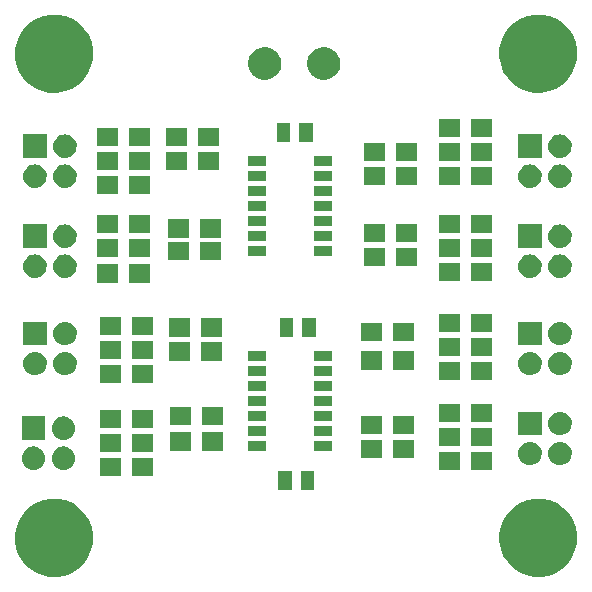
<source format=gts>
G04 #@! TF.FileFunction,Soldermask,Top*
%FSLAX46Y46*%
G04 Gerber Fmt 4.6, Leading zero omitted, Abs format (unit mm)*
G04 Created by KiCad (PCBNEW (after 2015-mar-04 BZR unknown)-product) date 6/7/2015 11:20:30 AM*
%MOMM*%
G01*
G04 APERTURE LIST*
%ADD10C,0.150000*%
G04 APERTURE END LIST*
D10*
G36*
X33248600Y-61696600D02*
X31267400Y-61696600D01*
X31267400Y-59715400D01*
X33248600Y-59715400D01*
X33248600Y-61696600D01*
X33248600Y-61696600D01*
G37*
G36*
X33253371Y-63252916D02*
X33233169Y-63445127D01*
X33233165Y-63445139D01*
X33233160Y-63445188D01*
X33175991Y-63629873D01*
X33084038Y-63799936D01*
X32960804Y-63948901D01*
X32810983Y-64071092D01*
X32640281Y-64161855D01*
X32455202Y-64217734D01*
X32262793Y-64236600D01*
X32259994Y-64236600D01*
X32253207Y-64236600D01*
X32253058Y-64236600D01*
X32241955Y-64236522D01*
X32241946Y-64236521D01*
X32239376Y-64236503D01*
X32047250Y-64214953D01*
X31862968Y-64156495D01*
X31693551Y-64063357D01*
X31545450Y-63939087D01*
X31424308Y-63788416D01*
X31334739Y-63617085D01*
X31280153Y-63431620D01*
X31280149Y-63431577D01*
X31280146Y-63431567D01*
X31262629Y-63239084D01*
X31282831Y-63046873D01*
X31282834Y-63046860D01*
X31282840Y-63046812D01*
X31340009Y-62862127D01*
X31431962Y-62692064D01*
X31555196Y-62543099D01*
X31705017Y-62420908D01*
X31875719Y-62330145D01*
X32060798Y-62274266D01*
X32253207Y-62255400D01*
X32256006Y-62255400D01*
X32262793Y-62255400D01*
X32262942Y-62255400D01*
X32274045Y-62255478D01*
X32274053Y-62255478D01*
X32276624Y-62255497D01*
X32468750Y-62277047D01*
X32653032Y-62335505D01*
X32822449Y-62428643D01*
X32970550Y-62552913D01*
X33091692Y-62703584D01*
X33181261Y-62874915D01*
X33235847Y-63060380D01*
X33235850Y-63060422D01*
X33235854Y-63060433D01*
X33253371Y-63252916D01*
X33253371Y-63252916D01*
G37*
G36*
X33375600Y-37820600D02*
X31394400Y-37820600D01*
X31394400Y-35839400D01*
X33375600Y-35839400D01*
X33375600Y-37820600D01*
X33375600Y-37820600D01*
G37*
G36*
X33375600Y-45440600D02*
X31394400Y-45440600D01*
X31394400Y-43459400D01*
X33375600Y-43459400D01*
X33375600Y-45440600D01*
X33375600Y-45440600D01*
G37*
G36*
X33375600Y-53695600D02*
X31394400Y-53695600D01*
X31394400Y-51714400D01*
X33375600Y-51714400D01*
X33375600Y-53695600D01*
X33375600Y-53695600D01*
G37*
G36*
X33380371Y-39376916D02*
X33360169Y-39569127D01*
X33360165Y-39569139D01*
X33360160Y-39569188D01*
X33302991Y-39753873D01*
X33211038Y-39923936D01*
X33087804Y-40072901D01*
X32937983Y-40195092D01*
X32767281Y-40285855D01*
X32582202Y-40341734D01*
X32389793Y-40360600D01*
X32386994Y-40360600D01*
X32380207Y-40360600D01*
X32380058Y-40360600D01*
X32368955Y-40360522D01*
X32368946Y-40360521D01*
X32366376Y-40360503D01*
X32174250Y-40338953D01*
X31989968Y-40280495D01*
X31820551Y-40187357D01*
X31672450Y-40063087D01*
X31551308Y-39912416D01*
X31461739Y-39741085D01*
X31407153Y-39555620D01*
X31407149Y-39555577D01*
X31407146Y-39555567D01*
X31389629Y-39363084D01*
X31409831Y-39170873D01*
X31409834Y-39170860D01*
X31409840Y-39170812D01*
X31467009Y-38986127D01*
X31558962Y-38816064D01*
X31682196Y-38667099D01*
X31832017Y-38544908D01*
X32002719Y-38454145D01*
X32187798Y-38398266D01*
X32380207Y-38379400D01*
X32383006Y-38379400D01*
X32389793Y-38379400D01*
X32389942Y-38379400D01*
X32401045Y-38379478D01*
X32401053Y-38379478D01*
X32403624Y-38379497D01*
X32595750Y-38401047D01*
X32780032Y-38459505D01*
X32949449Y-38552643D01*
X33097550Y-38676913D01*
X33218692Y-38827584D01*
X33308261Y-38998915D01*
X33362847Y-39184380D01*
X33362850Y-39184422D01*
X33362854Y-39184433D01*
X33380371Y-39376916D01*
X33380371Y-39376916D01*
G37*
G36*
X33380371Y-46996916D02*
X33360169Y-47189127D01*
X33360165Y-47189139D01*
X33360160Y-47189188D01*
X33302991Y-47373873D01*
X33211038Y-47543936D01*
X33087804Y-47692901D01*
X32937983Y-47815092D01*
X32767281Y-47905855D01*
X32582202Y-47961734D01*
X32389793Y-47980600D01*
X32386994Y-47980600D01*
X32380207Y-47980600D01*
X32380058Y-47980600D01*
X32368955Y-47980522D01*
X32368946Y-47980521D01*
X32366376Y-47980503D01*
X32174250Y-47958953D01*
X31989968Y-47900495D01*
X31820551Y-47807357D01*
X31672450Y-47683087D01*
X31551308Y-47532416D01*
X31461739Y-47361085D01*
X31407153Y-47175620D01*
X31407149Y-47175577D01*
X31407146Y-47175567D01*
X31389629Y-46983084D01*
X31409831Y-46790873D01*
X31409834Y-46790860D01*
X31409840Y-46790812D01*
X31467009Y-46606127D01*
X31558962Y-46436064D01*
X31682196Y-46287099D01*
X31832017Y-46164908D01*
X32002719Y-46074145D01*
X32187798Y-46018266D01*
X32380207Y-45999400D01*
X32383006Y-45999400D01*
X32389793Y-45999400D01*
X32389942Y-45999400D01*
X32401045Y-45999478D01*
X32401053Y-45999478D01*
X32403624Y-45999497D01*
X32595750Y-46021047D01*
X32780032Y-46079505D01*
X32949449Y-46172643D01*
X33097550Y-46296913D01*
X33218692Y-46447584D01*
X33308261Y-46618915D01*
X33362847Y-46804380D01*
X33362850Y-46804422D01*
X33362854Y-46804433D01*
X33380371Y-46996916D01*
X33380371Y-46996916D01*
G37*
G36*
X33380371Y-55251916D02*
X33360169Y-55444127D01*
X33360165Y-55444139D01*
X33360160Y-55444188D01*
X33302991Y-55628873D01*
X33211038Y-55798936D01*
X33087804Y-55947901D01*
X32937983Y-56070092D01*
X32767281Y-56160855D01*
X32582202Y-56216734D01*
X32389793Y-56235600D01*
X32386994Y-56235600D01*
X32380207Y-56235600D01*
X32380058Y-56235600D01*
X32368955Y-56235522D01*
X32368946Y-56235521D01*
X32366376Y-56235503D01*
X32174250Y-56213953D01*
X31989968Y-56155495D01*
X31820551Y-56062357D01*
X31672450Y-55938087D01*
X31551308Y-55787416D01*
X31461739Y-55616085D01*
X31407153Y-55430620D01*
X31407149Y-55430577D01*
X31407146Y-55430567D01*
X31389629Y-55238084D01*
X31409831Y-55045873D01*
X31409834Y-55045860D01*
X31409840Y-55045812D01*
X31467009Y-54861127D01*
X31558962Y-54691064D01*
X31682196Y-54542099D01*
X31832017Y-54419908D01*
X32002719Y-54329145D01*
X32187798Y-54273266D01*
X32380207Y-54254400D01*
X32383006Y-54254400D01*
X32389793Y-54254400D01*
X32389942Y-54254400D01*
X32401045Y-54254478D01*
X32401053Y-54254478D01*
X32403624Y-54254497D01*
X32595750Y-54276047D01*
X32780032Y-54334505D01*
X32949449Y-54427643D01*
X33097550Y-54551913D01*
X33218692Y-54702584D01*
X33308261Y-54873915D01*
X33362847Y-55059380D01*
X33362850Y-55059422D01*
X33362854Y-55059433D01*
X33380371Y-55251916D01*
X33380371Y-55251916D01*
G37*
G36*
X35793371Y-60712916D02*
X35773169Y-60905127D01*
X35773165Y-60905139D01*
X35773160Y-60905188D01*
X35715991Y-61089873D01*
X35624038Y-61259936D01*
X35500804Y-61408901D01*
X35350983Y-61531092D01*
X35180281Y-61621855D01*
X34995202Y-61677734D01*
X34802793Y-61696600D01*
X34799994Y-61696600D01*
X34793207Y-61696600D01*
X34793058Y-61696600D01*
X34781955Y-61696522D01*
X34781946Y-61696521D01*
X34779376Y-61696503D01*
X34587250Y-61674953D01*
X34402968Y-61616495D01*
X34233551Y-61523357D01*
X34085450Y-61399087D01*
X33964308Y-61248416D01*
X33874739Y-61077085D01*
X33820153Y-60891620D01*
X33820149Y-60891577D01*
X33820146Y-60891567D01*
X33802629Y-60699084D01*
X33822831Y-60506873D01*
X33822834Y-60506860D01*
X33822840Y-60506812D01*
X33880009Y-60322127D01*
X33971962Y-60152064D01*
X34095196Y-60003099D01*
X34245017Y-59880908D01*
X34415719Y-59790145D01*
X34600798Y-59734266D01*
X34793207Y-59715400D01*
X34796006Y-59715400D01*
X34802793Y-59715400D01*
X34802942Y-59715400D01*
X34814045Y-59715478D01*
X34814053Y-59715478D01*
X34816624Y-59715497D01*
X35008750Y-59737047D01*
X35193032Y-59795505D01*
X35362449Y-59888643D01*
X35510550Y-60012913D01*
X35631692Y-60163584D01*
X35721261Y-60334915D01*
X35775847Y-60520380D01*
X35775850Y-60520422D01*
X35775854Y-60520433D01*
X35793371Y-60712916D01*
X35793371Y-60712916D01*
G37*
G36*
X35793371Y-63252916D02*
X35773169Y-63445127D01*
X35773165Y-63445139D01*
X35773160Y-63445188D01*
X35715991Y-63629873D01*
X35624038Y-63799936D01*
X35500804Y-63948901D01*
X35350983Y-64071092D01*
X35180281Y-64161855D01*
X34995202Y-64217734D01*
X34802793Y-64236600D01*
X34799994Y-64236600D01*
X34793207Y-64236600D01*
X34793058Y-64236600D01*
X34781955Y-64236522D01*
X34781946Y-64236521D01*
X34779376Y-64236503D01*
X34587250Y-64214953D01*
X34402968Y-64156495D01*
X34233551Y-64063357D01*
X34085450Y-63939087D01*
X33964308Y-63788416D01*
X33874739Y-63617085D01*
X33820153Y-63431620D01*
X33820149Y-63431577D01*
X33820146Y-63431567D01*
X33802629Y-63239084D01*
X33822831Y-63046873D01*
X33822834Y-63046860D01*
X33822840Y-63046812D01*
X33880009Y-62862127D01*
X33971962Y-62692064D01*
X34095196Y-62543099D01*
X34245017Y-62420908D01*
X34415719Y-62330145D01*
X34600798Y-62274266D01*
X34793207Y-62255400D01*
X34796006Y-62255400D01*
X34802793Y-62255400D01*
X34802942Y-62255400D01*
X34814045Y-62255478D01*
X34814053Y-62255478D01*
X34816624Y-62255497D01*
X35008750Y-62277047D01*
X35193032Y-62335505D01*
X35362449Y-62428643D01*
X35510550Y-62552913D01*
X35631692Y-62703584D01*
X35721261Y-62874915D01*
X35775847Y-63060380D01*
X35775850Y-63060422D01*
X35775854Y-63060433D01*
X35793371Y-63252916D01*
X35793371Y-63252916D01*
G37*
G36*
X35920371Y-36836916D02*
X35900169Y-37029127D01*
X35900165Y-37029139D01*
X35900160Y-37029188D01*
X35842991Y-37213873D01*
X35751038Y-37383936D01*
X35627804Y-37532901D01*
X35477983Y-37655092D01*
X35307281Y-37745855D01*
X35122202Y-37801734D01*
X34929793Y-37820600D01*
X34926994Y-37820600D01*
X34920207Y-37820600D01*
X34920058Y-37820600D01*
X34908955Y-37820522D01*
X34908946Y-37820521D01*
X34906376Y-37820503D01*
X34714250Y-37798953D01*
X34529968Y-37740495D01*
X34360551Y-37647357D01*
X34212450Y-37523087D01*
X34091308Y-37372416D01*
X34001739Y-37201085D01*
X33947153Y-37015620D01*
X33947149Y-37015577D01*
X33947146Y-37015567D01*
X33929629Y-36823084D01*
X33949831Y-36630873D01*
X33949834Y-36630860D01*
X33949840Y-36630812D01*
X34007009Y-36446127D01*
X34098962Y-36276064D01*
X34222196Y-36127099D01*
X34372017Y-36004908D01*
X34542719Y-35914145D01*
X34727798Y-35858266D01*
X34920207Y-35839400D01*
X34923006Y-35839400D01*
X34929793Y-35839400D01*
X34929942Y-35839400D01*
X34941045Y-35839478D01*
X34941053Y-35839478D01*
X34943624Y-35839497D01*
X35135750Y-35861047D01*
X35320032Y-35919505D01*
X35489449Y-36012643D01*
X35637550Y-36136913D01*
X35758692Y-36287584D01*
X35848261Y-36458915D01*
X35902847Y-36644380D01*
X35902850Y-36644422D01*
X35902854Y-36644433D01*
X35920371Y-36836916D01*
X35920371Y-36836916D01*
G37*
G36*
X35920371Y-39376916D02*
X35900169Y-39569127D01*
X35900165Y-39569139D01*
X35900160Y-39569188D01*
X35842991Y-39753873D01*
X35751038Y-39923936D01*
X35627804Y-40072901D01*
X35477983Y-40195092D01*
X35307281Y-40285855D01*
X35122202Y-40341734D01*
X34929793Y-40360600D01*
X34926994Y-40360600D01*
X34920207Y-40360600D01*
X34920058Y-40360600D01*
X34908955Y-40360522D01*
X34908946Y-40360521D01*
X34906376Y-40360503D01*
X34714250Y-40338953D01*
X34529968Y-40280495D01*
X34360551Y-40187357D01*
X34212450Y-40063087D01*
X34091308Y-39912416D01*
X34001739Y-39741085D01*
X33947153Y-39555620D01*
X33947149Y-39555577D01*
X33947146Y-39555567D01*
X33929629Y-39363084D01*
X33949831Y-39170873D01*
X33949834Y-39170860D01*
X33949840Y-39170812D01*
X34007009Y-38986127D01*
X34098962Y-38816064D01*
X34222196Y-38667099D01*
X34372017Y-38544908D01*
X34542719Y-38454145D01*
X34727798Y-38398266D01*
X34920207Y-38379400D01*
X34923006Y-38379400D01*
X34929793Y-38379400D01*
X34929942Y-38379400D01*
X34941045Y-38379478D01*
X34941053Y-38379478D01*
X34943624Y-38379497D01*
X35135750Y-38401047D01*
X35320032Y-38459505D01*
X35489449Y-38552643D01*
X35637550Y-38676913D01*
X35758692Y-38827584D01*
X35848261Y-38998915D01*
X35902847Y-39184380D01*
X35902850Y-39184422D01*
X35902854Y-39184433D01*
X35920371Y-39376916D01*
X35920371Y-39376916D01*
G37*
G36*
X35920371Y-44456916D02*
X35900169Y-44649127D01*
X35900165Y-44649139D01*
X35900160Y-44649188D01*
X35842991Y-44833873D01*
X35751038Y-45003936D01*
X35627804Y-45152901D01*
X35477983Y-45275092D01*
X35307281Y-45365855D01*
X35122202Y-45421734D01*
X34929793Y-45440600D01*
X34926994Y-45440600D01*
X34920207Y-45440600D01*
X34920058Y-45440600D01*
X34908955Y-45440522D01*
X34908946Y-45440521D01*
X34906376Y-45440503D01*
X34714250Y-45418953D01*
X34529968Y-45360495D01*
X34360551Y-45267357D01*
X34212450Y-45143087D01*
X34091308Y-44992416D01*
X34001739Y-44821085D01*
X33947153Y-44635620D01*
X33947149Y-44635577D01*
X33947146Y-44635567D01*
X33929629Y-44443084D01*
X33949831Y-44250873D01*
X33949834Y-44250860D01*
X33949840Y-44250812D01*
X34007009Y-44066127D01*
X34098962Y-43896064D01*
X34222196Y-43747099D01*
X34372017Y-43624908D01*
X34542719Y-43534145D01*
X34727798Y-43478266D01*
X34920207Y-43459400D01*
X34923006Y-43459400D01*
X34929793Y-43459400D01*
X34929942Y-43459400D01*
X34941045Y-43459478D01*
X34941053Y-43459478D01*
X34943624Y-43459497D01*
X35135750Y-43481047D01*
X35320032Y-43539505D01*
X35489449Y-43632643D01*
X35637550Y-43756913D01*
X35758692Y-43907584D01*
X35848261Y-44078915D01*
X35902847Y-44264380D01*
X35902850Y-44264422D01*
X35902854Y-44264433D01*
X35920371Y-44456916D01*
X35920371Y-44456916D01*
G37*
G36*
X35920371Y-46996916D02*
X35900169Y-47189127D01*
X35900165Y-47189139D01*
X35900160Y-47189188D01*
X35842991Y-47373873D01*
X35751038Y-47543936D01*
X35627804Y-47692901D01*
X35477983Y-47815092D01*
X35307281Y-47905855D01*
X35122202Y-47961734D01*
X34929793Y-47980600D01*
X34926994Y-47980600D01*
X34920207Y-47980600D01*
X34920058Y-47980600D01*
X34908955Y-47980522D01*
X34908946Y-47980521D01*
X34906376Y-47980503D01*
X34714250Y-47958953D01*
X34529968Y-47900495D01*
X34360551Y-47807357D01*
X34212450Y-47683087D01*
X34091308Y-47532416D01*
X34001739Y-47361085D01*
X33947153Y-47175620D01*
X33947149Y-47175577D01*
X33947146Y-47175567D01*
X33929629Y-46983084D01*
X33949831Y-46790873D01*
X33949834Y-46790860D01*
X33949840Y-46790812D01*
X34007009Y-46606127D01*
X34098962Y-46436064D01*
X34222196Y-46287099D01*
X34372017Y-46164908D01*
X34542719Y-46074145D01*
X34727798Y-46018266D01*
X34920207Y-45999400D01*
X34923006Y-45999400D01*
X34929793Y-45999400D01*
X34929942Y-45999400D01*
X34941045Y-45999478D01*
X34941053Y-45999478D01*
X34943624Y-45999497D01*
X35135750Y-46021047D01*
X35320032Y-46079505D01*
X35489449Y-46172643D01*
X35637550Y-46296913D01*
X35758692Y-46447584D01*
X35848261Y-46618915D01*
X35902847Y-46804380D01*
X35902850Y-46804422D01*
X35902854Y-46804433D01*
X35920371Y-46996916D01*
X35920371Y-46996916D01*
G37*
G36*
X35920371Y-52711916D02*
X35900169Y-52904127D01*
X35900165Y-52904139D01*
X35900160Y-52904188D01*
X35842991Y-53088873D01*
X35751038Y-53258936D01*
X35627804Y-53407901D01*
X35477983Y-53530092D01*
X35307281Y-53620855D01*
X35122202Y-53676734D01*
X34929793Y-53695600D01*
X34926994Y-53695600D01*
X34920207Y-53695600D01*
X34920058Y-53695600D01*
X34908955Y-53695522D01*
X34908946Y-53695521D01*
X34906376Y-53695503D01*
X34714250Y-53673953D01*
X34529968Y-53615495D01*
X34360551Y-53522357D01*
X34212450Y-53398087D01*
X34091308Y-53247416D01*
X34001739Y-53076085D01*
X33947153Y-52890620D01*
X33947149Y-52890577D01*
X33947146Y-52890567D01*
X33929629Y-52698084D01*
X33949831Y-52505873D01*
X33949834Y-52505860D01*
X33949840Y-52505812D01*
X34007009Y-52321127D01*
X34098962Y-52151064D01*
X34222196Y-52002099D01*
X34372017Y-51879908D01*
X34542719Y-51789145D01*
X34727798Y-51733266D01*
X34920207Y-51714400D01*
X34923006Y-51714400D01*
X34929793Y-51714400D01*
X34929942Y-51714400D01*
X34941045Y-51714478D01*
X34941053Y-51714478D01*
X34943624Y-51714497D01*
X35135750Y-51736047D01*
X35320032Y-51794505D01*
X35489449Y-51887643D01*
X35637550Y-52011913D01*
X35758692Y-52162584D01*
X35848261Y-52333915D01*
X35902847Y-52519380D01*
X35902850Y-52519422D01*
X35902854Y-52519433D01*
X35920371Y-52711916D01*
X35920371Y-52711916D01*
G37*
G36*
X35920371Y-55251916D02*
X35900169Y-55444127D01*
X35900165Y-55444139D01*
X35900160Y-55444188D01*
X35842991Y-55628873D01*
X35751038Y-55798936D01*
X35627804Y-55947901D01*
X35477983Y-56070092D01*
X35307281Y-56160855D01*
X35122202Y-56216734D01*
X34929793Y-56235600D01*
X34926994Y-56235600D01*
X34920207Y-56235600D01*
X34920058Y-56235600D01*
X34908955Y-56235522D01*
X34908946Y-56235521D01*
X34906376Y-56235503D01*
X34714250Y-56213953D01*
X34529968Y-56155495D01*
X34360551Y-56062357D01*
X34212450Y-55938087D01*
X34091308Y-55787416D01*
X34001739Y-55616085D01*
X33947153Y-55430620D01*
X33947149Y-55430577D01*
X33947146Y-55430567D01*
X33929629Y-55238084D01*
X33949831Y-55045873D01*
X33949834Y-55045860D01*
X33949840Y-55045812D01*
X34007009Y-54861127D01*
X34098962Y-54691064D01*
X34222196Y-54542099D01*
X34372017Y-54419908D01*
X34542719Y-54329145D01*
X34727798Y-54273266D01*
X34920207Y-54254400D01*
X34923006Y-54254400D01*
X34929793Y-54254400D01*
X34929942Y-54254400D01*
X34941045Y-54254478D01*
X34941053Y-54254478D01*
X34943624Y-54254497D01*
X35135750Y-54276047D01*
X35320032Y-54334505D01*
X35489449Y-54427643D01*
X35637550Y-54551913D01*
X35758692Y-54702584D01*
X35848261Y-54873915D01*
X35902847Y-55059380D01*
X35902850Y-55059422D01*
X35902854Y-55059433D01*
X35920371Y-55251916D01*
X35920371Y-55251916D01*
G37*
G36*
X37302142Y-28676222D02*
X37291814Y-29415853D01*
X37291717Y-29416279D01*
X37291717Y-29416291D01*
X37148352Y-30047317D01*
X36884966Y-30638889D01*
X36511695Y-31168035D01*
X36042752Y-31614603D01*
X35496003Y-31961580D01*
X34892268Y-32195755D01*
X34254553Y-32308201D01*
X33607140Y-32294639D01*
X32974685Y-32155585D01*
X32381291Y-31896338D01*
X31849552Y-31526769D01*
X31399720Y-31060955D01*
X31048936Y-30516643D01*
X30810554Y-29914559D01*
X30693657Y-29277641D01*
X30702699Y-28630145D01*
X30837332Y-27996744D01*
X31092432Y-27401552D01*
X31458279Y-26867245D01*
X31920941Y-26414172D01*
X32462794Y-26059594D01*
X33063198Y-25817015D01*
X33699284Y-25695675D01*
X34346822Y-25700197D01*
X34981155Y-25830406D01*
X35578108Y-26081343D01*
X36114960Y-26443454D01*
X36571249Y-26902939D01*
X36929601Y-27442303D01*
X37176366Y-28040998D01*
X37302057Y-28675784D01*
X37302056Y-28675792D01*
X37302142Y-28676222D01*
X37302142Y-28676222D01*
G37*
G36*
X37302142Y-69676222D02*
X37291814Y-70415853D01*
X37291717Y-70416279D01*
X37291717Y-70416291D01*
X37148352Y-71047317D01*
X36884966Y-71638889D01*
X36511695Y-72168035D01*
X36042752Y-72614603D01*
X35496003Y-72961580D01*
X34892268Y-73195755D01*
X34254553Y-73308201D01*
X33607140Y-73294639D01*
X32974685Y-73155585D01*
X32381291Y-72896338D01*
X31849552Y-72526769D01*
X31399720Y-72060955D01*
X31048936Y-71516643D01*
X30810554Y-70914559D01*
X30693657Y-70277641D01*
X30702699Y-69630145D01*
X30837332Y-68996744D01*
X31092432Y-68401552D01*
X31458279Y-67867245D01*
X31920941Y-67414172D01*
X32462794Y-67059594D01*
X33063198Y-66817015D01*
X33699284Y-66695675D01*
X34346822Y-66700197D01*
X34981155Y-66830406D01*
X35578108Y-67081343D01*
X36114960Y-67443454D01*
X36571249Y-67902939D01*
X36929601Y-68442303D01*
X37176366Y-69040998D01*
X37302057Y-69675784D01*
X37302056Y-69675792D01*
X37302142Y-69676222D01*
X37302142Y-69676222D01*
G37*
G36*
X39405000Y-36845000D02*
X37651000Y-36845000D01*
X37651000Y-35291000D01*
X39405000Y-35291000D01*
X39405000Y-36845000D01*
X39405000Y-36845000D01*
G37*
G36*
X39405000Y-38877000D02*
X37651000Y-38877000D01*
X37651000Y-37323000D01*
X39405000Y-37323000D01*
X39405000Y-38877000D01*
X39405000Y-38877000D01*
G37*
G36*
X39405000Y-40909000D02*
X37651000Y-40909000D01*
X37651000Y-39355000D01*
X39405000Y-39355000D01*
X39405000Y-40909000D01*
X39405000Y-40909000D01*
G37*
G36*
X39405000Y-44211000D02*
X37651000Y-44211000D01*
X37651000Y-42657000D01*
X39405000Y-42657000D01*
X39405000Y-44211000D01*
X39405000Y-44211000D01*
G37*
G36*
X39405000Y-46243000D02*
X37651000Y-46243000D01*
X37651000Y-44689000D01*
X39405000Y-44689000D01*
X39405000Y-46243000D01*
X39405000Y-46243000D01*
G37*
G36*
X39405000Y-48402000D02*
X37651000Y-48402000D01*
X37651000Y-46848000D01*
X39405000Y-46848000D01*
X39405000Y-48402000D01*
X39405000Y-48402000D01*
G37*
G36*
X39659000Y-52847000D02*
X37905000Y-52847000D01*
X37905000Y-51293000D01*
X39659000Y-51293000D01*
X39659000Y-52847000D01*
X39659000Y-52847000D01*
G37*
G36*
X39659000Y-54879000D02*
X37905000Y-54879000D01*
X37905000Y-53325000D01*
X39659000Y-53325000D01*
X39659000Y-54879000D01*
X39659000Y-54879000D01*
G37*
G36*
X39659000Y-56911000D02*
X37905000Y-56911000D01*
X37905000Y-55357000D01*
X39659000Y-55357000D01*
X39659000Y-56911000D01*
X39659000Y-56911000D01*
G37*
G36*
X39659000Y-60721000D02*
X37905000Y-60721000D01*
X37905000Y-59167000D01*
X39659000Y-59167000D01*
X39659000Y-60721000D01*
X39659000Y-60721000D01*
G37*
G36*
X39659000Y-62753000D02*
X37905000Y-62753000D01*
X37905000Y-61199000D01*
X39659000Y-61199000D01*
X39659000Y-62753000D01*
X39659000Y-62753000D01*
G37*
G36*
X39659000Y-64785000D02*
X37905000Y-64785000D01*
X37905000Y-63231000D01*
X39659000Y-63231000D01*
X39659000Y-64785000D01*
X39659000Y-64785000D01*
G37*
G36*
X42105000Y-36845000D02*
X40351000Y-36845000D01*
X40351000Y-35291000D01*
X42105000Y-35291000D01*
X42105000Y-36845000D01*
X42105000Y-36845000D01*
G37*
G36*
X42105000Y-38877000D02*
X40351000Y-38877000D01*
X40351000Y-37323000D01*
X42105000Y-37323000D01*
X42105000Y-38877000D01*
X42105000Y-38877000D01*
G37*
G36*
X42105000Y-40909000D02*
X40351000Y-40909000D01*
X40351000Y-39355000D01*
X42105000Y-39355000D01*
X42105000Y-40909000D01*
X42105000Y-40909000D01*
G37*
G36*
X42105000Y-44211000D02*
X40351000Y-44211000D01*
X40351000Y-42657000D01*
X42105000Y-42657000D01*
X42105000Y-44211000D01*
X42105000Y-44211000D01*
G37*
G36*
X42105000Y-46243000D02*
X40351000Y-46243000D01*
X40351000Y-44689000D01*
X42105000Y-44689000D01*
X42105000Y-46243000D01*
X42105000Y-46243000D01*
G37*
G36*
X42105000Y-48402000D02*
X40351000Y-48402000D01*
X40351000Y-46848000D01*
X42105000Y-46848000D01*
X42105000Y-48402000D01*
X42105000Y-48402000D01*
G37*
G36*
X42359000Y-52847000D02*
X40605000Y-52847000D01*
X40605000Y-51293000D01*
X42359000Y-51293000D01*
X42359000Y-52847000D01*
X42359000Y-52847000D01*
G37*
G36*
X42359000Y-54879000D02*
X40605000Y-54879000D01*
X40605000Y-53325000D01*
X42359000Y-53325000D01*
X42359000Y-54879000D01*
X42359000Y-54879000D01*
G37*
G36*
X42359000Y-56911000D02*
X40605000Y-56911000D01*
X40605000Y-55357000D01*
X42359000Y-55357000D01*
X42359000Y-56911000D01*
X42359000Y-56911000D01*
G37*
G36*
X42359000Y-60721000D02*
X40605000Y-60721000D01*
X40605000Y-59167000D01*
X42359000Y-59167000D01*
X42359000Y-60721000D01*
X42359000Y-60721000D01*
G37*
G36*
X42359000Y-62753000D02*
X40605000Y-62753000D01*
X40605000Y-61199000D01*
X42359000Y-61199000D01*
X42359000Y-62753000D01*
X42359000Y-62753000D01*
G37*
G36*
X42359000Y-64785000D02*
X40605000Y-64785000D01*
X40605000Y-63231000D01*
X42359000Y-63231000D01*
X42359000Y-64785000D01*
X42359000Y-64785000D01*
G37*
G36*
X45247000Y-36845000D02*
X43493000Y-36845000D01*
X43493000Y-35291000D01*
X45247000Y-35291000D01*
X45247000Y-36845000D01*
X45247000Y-36845000D01*
G37*
G36*
X45247000Y-38877000D02*
X43493000Y-38877000D01*
X43493000Y-37323000D01*
X45247000Y-37323000D01*
X45247000Y-38877000D01*
X45247000Y-38877000D01*
G37*
G36*
X45402000Y-44573000D02*
X43648000Y-44573000D01*
X43648000Y-43019000D01*
X45402000Y-43019000D01*
X45402000Y-44573000D01*
X45402000Y-44573000D01*
G37*
G36*
X45402000Y-46478000D02*
X43648000Y-46478000D01*
X43648000Y-44924000D01*
X45402000Y-44924000D01*
X45402000Y-46478000D01*
X45402000Y-46478000D01*
G37*
G36*
X45501000Y-52974000D02*
X43747000Y-52974000D01*
X43747000Y-51420000D01*
X45501000Y-51420000D01*
X45501000Y-52974000D01*
X45501000Y-52974000D01*
G37*
G36*
X45501000Y-55006000D02*
X43747000Y-55006000D01*
X43747000Y-53452000D01*
X45501000Y-53452000D01*
X45501000Y-55006000D01*
X45501000Y-55006000D01*
G37*
G36*
X45564500Y-60467000D02*
X43810500Y-60467000D01*
X43810500Y-58913000D01*
X45564500Y-58913000D01*
X45564500Y-60467000D01*
X45564500Y-60467000D01*
G37*
G36*
X45592500Y-62607000D02*
X43838500Y-62607000D01*
X43838500Y-61053000D01*
X45592500Y-61053000D01*
X45592500Y-62607000D01*
X45592500Y-62607000D01*
G37*
G36*
X47947000Y-36845000D02*
X46193000Y-36845000D01*
X46193000Y-35291000D01*
X47947000Y-35291000D01*
X47947000Y-36845000D01*
X47947000Y-36845000D01*
G37*
G36*
X47947000Y-38877000D02*
X46193000Y-38877000D01*
X46193000Y-37323000D01*
X47947000Y-37323000D01*
X47947000Y-38877000D01*
X47947000Y-38877000D01*
G37*
G36*
X48102000Y-44573000D02*
X46348000Y-44573000D01*
X46348000Y-43019000D01*
X48102000Y-43019000D01*
X48102000Y-44573000D01*
X48102000Y-44573000D01*
G37*
G36*
X48102000Y-46478000D02*
X46348000Y-46478000D01*
X46348000Y-44924000D01*
X48102000Y-44924000D01*
X48102000Y-46478000D01*
X48102000Y-46478000D01*
G37*
G36*
X48201000Y-52974000D02*
X46447000Y-52974000D01*
X46447000Y-51420000D01*
X48201000Y-51420000D01*
X48201000Y-52974000D01*
X48201000Y-52974000D01*
G37*
G36*
X48201000Y-55006000D02*
X46447000Y-55006000D01*
X46447000Y-53452000D01*
X48201000Y-53452000D01*
X48201000Y-55006000D01*
X48201000Y-55006000D01*
G37*
G36*
X48264500Y-60467000D02*
X46510500Y-60467000D01*
X46510500Y-58913000D01*
X48264500Y-58913000D01*
X48264500Y-60467000D01*
X48264500Y-60467000D01*
G37*
G36*
X48292500Y-62607000D02*
X46538500Y-62607000D01*
X46538500Y-61053000D01*
X48292500Y-61053000D01*
X48292500Y-62607000D01*
X48292500Y-62607000D01*
G37*
G36*
X51943000Y-38544500D02*
X50419000Y-38544500D01*
X50419000Y-37655500D01*
X51943000Y-37655500D01*
X51943000Y-38544500D01*
X51943000Y-38544500D01*
G37*
G36*
X51943000Y-39814500D02*
X50419000Y-39814500D01*
X50419000Y-38925500D01*
X51943000Y-38925500D01*
X51943000Y-39814500D01*
X51943000Y-39814500D01*
G37*
G36*
X51943000Y-41084500D02*
X50419000Y-41084500D01*
X50419000Y-40195500D01*
X51943000Y-40195500D01*
X51943000Y-41084500D01*
X51943000Y-41084500D01*
G37*
G36*
X51943000Y-42354500D02*
X50419000Y-42354500D01*
X50419000Y-41465500D01*
X51943000Y-41465500D01*
X51943000Y-42354500D01*
X51943000Y-42354500D01*
G37*
G36*
X51943000Y-43624500D02*
X50419000Y-43624500D01*
X50419000Y-42735500D01*
X51943000Y-42735500D01*
X51943000Y-43624500D01*
X51943000Y-43624500D01*
G37*
G36*
X51943000Y-44894500D02*
X50419000Y-44894500D01*
X50419000Y-44005500D01*
X51943000Y-44005500D01*
X51943000Y-44894500D01*
X51943000Y-44894500D01*
G37*
G36*
X51943000Y-46164500D02*
X50419000Y-46164500D01*
X50419000Y-45275500D01*
X51943000Y-45275500D01*
X51943000Y-46164500D01*
X51943000Y-46164500D01*
G37*
G36*
X51943000Y-55054500D02*
X50419000Y-55054500D01*
X50419000Y-54165500D01*
X51943000Y-54165500D01*
X51943000Y-55054500D01*
X51943000Y-55054500D01*
G37*
G36*
X51943000Y-56324500D02*
X50419000Y-56324500D01*
X50419000Y-55435500D01*
X51943000Y-55435500D01*
X51943000Y-56324500D01*
X51943000Y-56324500D01*
G37*
G36*
X51943000Y-57594500D02*
X50419000Y-57594500D01*
X50419000Y-56705500D01*
X51943000Y-56705500D01*
X51943000Y-57594500D01*
X51943000Y-57594500D01*
G37*
G36*
X51943000Y-58864500D02*
X50419000Y-58864500D01*
X50419000Y-57975500D01*
X51943000Y-57975500D01*
X51943000Y-58864500D01*
X51943000Y-58864500D01*
G37*
G36*
X51943000Y-60134500D02*
X50419000Y-60134500D01*
X50419000Y-59245500D01*
X51943000Y-59245500D01*
X51943000Y-60134500D01*
X51943000Y-60134500D01*
G37*
G36*
X51943000Y-61404500D02*
X50419000Y-61404500D01*
X50419000Y-60515500D01*
X51943000Y-60515500D01*
X51943000Y-61404500D01*
X51943000Y-61404500D01*
G37*
G36*
X51943000Y-62674500D02*
X50419000Y-62674500D01*
X50419000Y-61785500D01*
X51943000Y-61785500D01*
X51943000Y-62674500D01*
X51943000Y-62674500D01*
G37*
G36*
X53241059Y-29689017D02*
X53236690Y-30001938D01*
X53236594Y-30002359D01*
X53236594Y-30002376D01*
X53175997Y-30269096D01*
X53064564Y-30519377D01*
X52906642Y-30743247D01*
X52708242Y-30932180D01*
X52476922Y-31078980D01*
X52221501Y-31178052D01*
X51951696Y-31225626D01*
X51677791Y-31219887D01*
X51410211Y-31161056D01*
X51159163Y-31051377D01*
X50934193Y-30895017D01*
X50743879Y-30697943D01*
X50595472Y-30467659D01*
X50494617Y-30212929D01*
X50445161Y-29943464D01*
X50448986Y-29669521D01*
X50505946Y-29401546D01*
X50613873Y-29149733D01*
X50768654Y-28923680D01*
X50964397Y-28731994D01*
X51193643Y-28581980D01*
X51447661Y-28479350D01*
X51716775Y-28428014D01*
X51990731Y-28429927D01*
X52259106Y-28485017D01*
X52511660Y-28591181D01*
X52738792Y-28744383D01*
X52931840Y-28938784D01*
X53083447Y-29166969D01*
X53187849Y-29420267D01*
X53240976Y-29688579D01*
X53240975Y-29688596D01*
X53241059Y-29689017D01*
X53241059Y-29689017D01*
G37*
G36*
X54003000Y-36493500D02*
X52860000Y-36493500D01*
X52860000Y-34842500D01*
X54003000Y-34842500D01*
X54003000Y-36493500D01*
X54003000Y-36493500D01*
G37*
G36*
X54130000Y-65957500D02*
X52987000Y-65957500D01*
X52987000Y-64306500D01*
X54130000Y-64306500D01*
X54130000Y-65957500D01*
X54130000Y-65957500D01*
G37*
G36*
X54257000Y-53003500D02*
X53114000Y-53003500D01*
X53114000Y-51352500D01*
X54257000Y-51352500D01*
X54257000Y-53003500D01*
X54257000Y-53003500D01*
G37*
G36*
X55908000Y-36493500D02*
X54765000Y-36493500D01*
X54765000Y-34842500D01*
X55908000Y-34842500D01*
X55908000Y-36493500D01*
X55908000Y-36493500D01*
G37*
G36*
X56035000Y-65957500D02*
X54892000Y-65957500D01*
X54892000Y-64306500D01*
X56035000Y-64306500D01*
X56035000Y-65957500D01*
X56035000Y-65957500D01*
G37*
G36*
X56162000Y-53003500D02*
X55019000Y-53003500D01*
X55019000Y-51352500D01*
X56162000Y-51352500D01*
X56162000Y-53003500D01*
X56162000Y-53003500D01*
G37*
G36*
X57531000Y-38544500D02*
X56007000Y-38544500D01*
X56007000Y-37655500D01*
X57531000Y-37655500D01*
X57531000Y-38544500D01*
X57531000Y-38544500D01*
G37*
G36*
X57531000Y-39814500D02*
X56007000Y-39814500D01*
X56007000Y-38925500D01*
X57531000Y-38925500D01*
X57531000Y-39814500D01*
X57531000Y-39814500D01*
G37*
G36*
X57531000Y-41084500D02*
X56007000Y-41084500D01*
X56007000Y-40195500D01*
X57531000Y-40195500D01*
X57531000Y-41084500D01*
X57531000Y-41084500D01*
G37*
G36*
X57531000Y-42354500D02*
X56007000Y-42354500D01*
X56007000Y-41465500D01*
X57531000Y-41465500D01*
X57531000Y-42354500D01*
X57531000Y-42354500D01*
G37*
G36*
X57531000Y-43624500D02*
X56007000Y-43624500D01*
X56007000Y-42735500D01*
X57531000Y-42735500D01*
X57531000Y-43624500D01*
X57531000Y-43624500D01*
G37*
G36*
X57531000Y-44894500D02*
X56007000Y-44894500D01*
X56007000Y-44005500D01*
X57531000Y-44005500D01*
X57531000Y-44894500D01*
X57531000Y-44894500D01*
G37*
G36*
X57531000Y-46164500D02*
X56007000Y-46164500D01*
X56007000Y-45275500D01*
X57531000Y-45275500D01*
X57531000Y-46164500D01*
X57531000Y-46164500D01*
G37*
G36*
X57531000Y-55054500D02*
X56007000Y-55054500D01*
X56007000Y-54165500D01*
X57531000Y-54165500D01*
X57531000Y-55054500D01*
X57531000Y-55054500D01*
G37*
G36*
X57531000Y-56324500D02*
X56007000Y-56324500D01*
X56007000Y-55435500D01*
X57531000Y-55435500D01*
X57531000Y-56324500D01*
X57531000Y-56324500D01*
G37*
G36*
X57531000Y-57594500D02*
X56007000Y-57594500D01*
X56007000Y-56705500D01*
X57531000Y-56705500D01*
X57531000Y-57594500D01*
X57531000Y-57594500D01*
G37*
G36*
X57531000Y-58864500D02*
X56007000Y-58864500D01*
X56007000Y-57975500D01*
X57531000Y-57975500D01*
X57531000Y-58864500D01*
X57531000Y-58864500D01*
G37*
G36*
X57531000Y-60134500D02*
X56007000Y-60134500D01*
X56007000Y-59245500D01*
X57531000Y-59245500D01*
X57531000Y-60134500D01*
X57531000Y-60134500D01*
G37*
G36*
X57531000Y-61404500D02*
X56007000Y-61404500D01*
X56007000Y-60515500D01*
X57531000Y-60515500D01*
X57531000Y-61404500D01*
X57531000Y-61404500D01*
G37*
G36*
X57531000Y-62674500D02*
X56007000Y-62674500D01*
X56007000Y-61785500D01*
X57531000Y-61785500D01*
X57531000Y-62674500D01*
X57531000Y-62674500D01*
G37*
G36*
X58241059Y-29689017D02*
X58236690Y-30001938D01*
X58236594Y-30002359D01*
X58236594Y-30002376D01*
X58175997Y-30269096D01*
X58064564Y-30519377D01*
X57906642Y-30743247D01*
X57708242Y-30932180D01*
X57476922Y-31078980D01*
X57221501Y-31178052D01*
X56951696Y-31225626D01*
X56677791Y-31219887D01*
X56410211Y-31161056D01*
X56159163Y-31051377D01*
X55934193Y-30895017D01*
X55743879Y-30697943D01*
X55595472Y-30467659D01*
X55494617Y-30212929D01*
X55445161Y-29943464D01*
X55448986Y-29669521D01*
X55505946Y-29401546D01*
X55613873Y-29149733D01*
X55768654Y-28923680D01*
X55964397Y-28731994D01*
X56193643Y-28581980D01*
X56447661Y-28479350D01*
X56716775Y-28428014D01*
X56990731Y-28429927D01*
X57259106Y-28485017D01*
X57511660Y-28591181D01*
X57738792Y-28744383D01*
X57931840Y-28938784D01*
X58083447Y-29166969D01*
X58187849Y-29420267D01*
X58240976Y-29688579D01*
X58240975Y-29688596D01*
X58241059Y-29689017D01*
X58241059Y-29689017D01*
G37*
G36*
X61757000Y-61229000D02*
X60003000Y-61229000D01*
X60003000Y-59675000D01*
X61757000Y-59675000D01*
X61757000Y-61229000D01*
X61757000Y-61229000D01*
G37*
G36*
X61757000Y-63261000D02*
X60003000Y-63261000D01*
X60003000Y-61707000D01*
X61757000Y-61707000D01*
X61757000Y-63261000D01*
X61757000Y-63261000D01*
G37*
G36*
X61785000Y-53336000D02*
X60031000Y-53336000D01*
X60031000Y-51782000D01*
X61785000Y-51782000D01*
X61785000Y-53336000D01*
X61785000Y-53336000D01*
G37*
G36*
X61785000Y-55749000D02*
X60031000Y-55749000D01*
X60031000Y-54195000D01*
X61785000Y-54195000D01*
X61785000Y-55749000D01*
X61785000Y-55749000D01*
G37*
G36*
X62011000Y-38115000D02*
X60257000Y-38115000D01*
X60257000Y-36561000D01*
X62011000Y-36561000D01*
X62011000Y-38115000D01*
X62011000Y-38115000D01*
G37*
G36*
X62011000Y-40147000D02*
X60257000Y-40147000D01*
X60257000Y-38593000D01*
X62011000Y-38593000D01*
X62011000Y-40147000D01*
X62011000Y-40147000D01*
G37*
G36*
X62011000Y-44973000D02*
X60257000Y-44973000D01*
X60257000Y-43419000D01*
X62011000Y-43419000D01*
X62011000Y-44973000D01*
X62011000Y-44973000D01*
G37*
G36*
X62011000Y-47005000D02*
X60257000Y-47005000D01*
X60257000Y-45451000D01*
X62011000Y-45451000D01*
X62011000Y-47005000D01*
X62011000Y-47005000D01*
G37*
G36*
X64457000Y-61229000D02*
X62703000Y-61229000D01*
X62703000Y-59675000D01*
X64457000Y-59675000D01*
X64457000Y-61229000D01*
X64457000Y-61229000D01*
G37*
G36*
X64457000Y-63261000D02*
X62703000Y-63261000D01*
X62703000Y-61707000D01*
X64457000Y-61707000D01*
X64457000Y-63261000D01*
X64457000Y-63261000D01*
G37*
G36*
X64485000Y-53336000D02*
X62731000Y-53336000D01*
X62731000Y-51782000D01*
X64485000Y-51782000D01*
X64485000Y-53336000D01*
X64485000Y-53336000D01*
G37*
G36*
X64485000Y-55749000D02*
X62731000Y-55749000D01*
X62731000Y-54195000D01*
X64485000Y-54195000D01*
X64485000Y-55749000D01*
X64485000Y-55749000D01*
G37*
G36*
X64711000Y-38115000D02*
X62957000Y-38115000D01*
X62957000Y-36561000D01*
X64711000Y-36561000D01*
X64711000Y-38115000D01*
X64711000Y-38115000D01*
G37*
G36*
X64711000Y-40147000D02*
X62957000Y-40147000D01*
X62957000Y-38593000D01*
X64711000Y-38593000D01*
X64711000Y-40147000D01*
X64711000Y-40147000D01*
G37*
G36*
X64711000Y-44973000D02*
X62957000Y-44973000D01*
X62957000Y-43419000D01*
X64711000Y-43419000D01*
X64711000Y-44973000D01*
X64711000Y-44973000D01*
G37*
G36*
X64711000Y-47005000D02*
X62957000Y-47005000D01*
X62957000Y-45451000D01*
X64711000Y-45451000D01*
X64711000Y-47005000D01*
X64711000Y-47005000D01*
G37*
G36*
X68361000Y-36083000D02*
X66607000Y-36083000D01*
X66607000Y-34529000D01*
X68361000Y-34529000D01*
X68361000Y-36083000D01*
X68361000Y-36083000D01*
G37*
G36*
X68361000Y-38115000D02*
X66607000Y-38115000D01*
X66607000Y-36561000D01*
X68361000Y-36561000D01*
X68361000Y-38115000D01*
X68361000Y-38115000D01*
G37*
G36*
X68361000Y-40147000D02*
X66607000Y-40147000D01*
X66607000Y-38593000D01*
X68361000Y-38593000D01*
X68361000Y-40147000D01*
X68361000Y-40147000D01*
G37*
G36*
X68361000Y-44211000D02*
X66607000Y-44211000D01*
X66607000Y-42657000D01*
X68361000Y-42657000D01*
X68361000Y-44211000D01*
X68361000Y-44211000D01*
G37*
G36*
X68361000Y-46243000D02*
X66607000Y-46243000D01*
X66607000Y-44689000D01*
X68361000Y-44689000D01*
X68361000Y-46243000D01*
X68361000Y-46243000D01*
G37*
G36*
X68361000Y-48275000D02*
X66607000Y-48275000D01*
X66607000Y-46721000D01*
X68361000Y-46721000D01*
X68361000Y-48275000D01*
X68361000Y-48275000D01*
G37*
G36*
X68361000Y-52593000D02*
X66607000Y-52593000D01*
X66607000Y-51039000D01*
X68361000Y-51039000D01*
X68361000Y-52593000D01*
X68361000Y-52593000D01*
G37*
G36*
X68361000Y-54625000D02*
X66607000Y-54625000D01*
X66607000Y-53071000D01*
X68361000Y-53071000D01*
X68361000Y-54625000D01*
X68361000Y-54625000D01*
G37*
G36*
X68361000Y-60213000D02*
X66607000Y-60213000D01*
X66607000Y-58659000D01*
X68361000Y-58659000D01*
X68361000Y-60213000D01*
X68361000Y-60213000D01*
G37*
G36*
X68361000Y-62245000D02*
X66607000Y-62245000D01*
X66607000Y-60691000D01*
X68361000Y-60691000D01*
X68361000Y-62245000D01*
X68361000Y-62245000D01*
G37*
G36*
X68361000Y-64277000D02*
X66607000Y-64277000D01*
X66607000Y-62723000D01*
X68361000Y-62723000D01*
X68361000Y-64277000D01*
X68361000Y-64277000D01*
G37*
G36*
X68389000Y-56638000D02*
X66635000Y-56638000D01*
X66635000Y-55084000D01*
X68389000Y-55084000D01*
X68389000Y-56638000D01*
X68389000Y-56638000D01*
G37*
G36*
X71061000Y-36083000D02*
X69307000Y-36083000D01*
X69307000Y-34529000D01*
X71061000Y-34529000D01*
X71061000Y-36083000D01*
X71061000Y-36083000D01*
G37*
G36*
X71061000Y-38115000D02*
X69307000Y-38115000D01*
X69307000Y-36561000D01*
X71061000Y-36561000D01*
X71061000Y-38115000D01*
X71061000Y-38115000D01*
G37*
G36*
X71061000Y-40147000D02*
X69307000Y-40147000D01*
X69307000Y-38593000D01*
X71061000Y-38593000D01*
X71061000Y-40147000D01*
X71061000Y-40147000D01*
G37*
G36*
X71061000Y-44211000D02*
X69307000Y-44211000D01*
X69307000Y-42657000D01*
X71061000Y-42657000D01*
X71061000Y-44211000D01*
X71061000Y-44211000D01*
G37*
G36*
X71061000Y-46243000D02*
X69307000Y-46243000D01*
X69307000Y-44689000D01*
X71061000Y-44689000D01*
X71061000Y-46243000D01*
X71061000Y-46243000D01*
G37*
G36*
X71061000Y-48275000D02*
X69307000Y-48275000D01*
X69307000Y-46721000D01*
X71061000Y-46721000D01*
X71061000Y-48275000D01*
X71061000Y-48275000D01*
G37*
G36*
X71061000Y-52593000D02*
X69307000Y-52593000D01*
X69307000Y-51039000D01*
X71061000Y-51039000D01*
X71061000Y-52593000D01*
X71061000Y-52593000D01*
G37*
G36*
X71061000Y-54625000D02*
X69307000Y-54625000D01*
X69307000Y-53071000D01*
X71061000Y-53071000D01*
X71061000Y-54625000D01*
X71061000Y-54625000D01*
G37*
G36*
X71061000Y-60213000D02*
X69307000Y-60213000D01*
X69307000Y-58659000D01*
X71061000Y-58659000D01*
X71061000Y-60213000D01*
X71061000Y-60213000D01*
G37*
G36*
X71061000Y-62245000D02*
X69307000Y-62245000D01*
X69307000Y-60691000D01*
X71061000Y-60691000D01*
X71061000Y-62245000D01*
X71061000Y-62245000D01*
G37*
G36*
X71061000Y-64277000D02*
X69307000Y-64277000D01*
X69307000Y-62723000D01*
X71061000Y-62723000D01*
X71061000Y-64277000D01*
X71061000Y-64277000D01*
G37*
G36*
X71089000Y-56638000D02*
X69335000Y-56638000D01*
X69335000Y-55084000D01*
X71089000Y-55084000D01*
X71089000Y-56638000D01*
X71089000Y-56638000D01*
G37*
G36*
X75285600Y-37820600D02*
X73304400Y-37820600D01*
X73304400Y-35839400D01*
X75285600Y-35839400D01*
X75285600Y-37820600D01*
X75285600Y-37820600D01*
G37*
G36*
X75285600Y-45440600D02*
X73304400Y-45440600D01*
X73304400Y-43459400D01*
X75285600Y-43459400D01*
X75285600Y-45440600D01*
X75285600Y-45440600D01*
G37*
G36*
X75285600Y-53695600D02*
X73304400Y-53695600D01*
X73304400Y-51714400D01*
X75285600Y-51714400D01*
X75285600Y-53695600D01*
X75285600Y-53695600D01*
G37*
G36*
X75285600Y-61315600D02*
X73304400Y-61315600D01*
X73304400Y-59334400D01*
X75285600Y-59334400D01*
X75285600Y-61315600D01*
X75285600Y-61315600D01*
G37*
G36*
X75290371Y-39376916D02*
X75270169Y-39569127D01*
X75270165Y-39569139D01*
X75270160Y-39569188D01*
X75212991Y-39753873D01*
X75121038Y-39923936D01*
X74997804Y-40072901D01*
X74847983Y-40195092D01*
X74677281Y-40285855D01*
X74492202Y-40341734D01*
X74299793Y-40360600D01*
X74296994Y-40360600D01*
X74290207Y-40360600D01*
X74290058Y-40360600D01*
X74278955Y-40360522D01*
X74278946Y-40360521D01*
X74276376Y-40360503D01*
X74084250Y-40338953D01*
X73899968Y-40280495D01*
X73730551Y-40187357D01*
X73582450Y-40063087D01*
X73461308Y-39912416D01*
X73371739Y-39741085D01*
X73317153Y-39555620D01*
X73317149Y-39555577D01*
X73317146Y-39555567D01*
X73299629Y-39363084D01*
X73319831Y-39170873D01*
X73319834Y-39170860D01*
X73319840Y-39170812D01*
X73377009Y-38986127D01*
X73468962Y-38816064D01*
X73592196Y-38667099D01*
X73742017Y-38544908D01*
X73912719Y-38454145D01*
X74097798Y-38398266D01*
X74290207Y-38379400D01*
X74293006Y-38379400D01*
X74299793Y-38379400D01*
X74299942Y-38379400D01*
X74311045Y-38379478D01*
X74311053Y-38379478D01*
X74313624Y-38379497D01*
X74505750Y-38401047D01*
X74690032Y-38459505D01*
X74859449Y-38552643D01*
X75007550Y-38676913D01*
X75128692Y-38827584D01*
X75218261Y-38998915D01*
X75272847Y-39184380D01*
X75272850Y-39184422D01*
X75272854Y-39184433D01*
X75290371Y-39376916D01*
X75290371Y-39376916D01*
G37*
G36*
X75290371Y-46996916D02*
X75270169Y-47189127D01*
X75270165Y-47189139D01*
X75270160Y-47189188D01*
X75212991Y-47373873D01*
X75121038Y-47543936D01*
X74997804Y-47692901D01*
X74847983Y-47815092D01*
X74677281Y-47905855D01*
X74492202Y-47961734D01*
X74299793Y-47980600D01*
X74296994Y-47980600D01*
X74290207Y-47980600D01*
X74290058Y-47980600D01*
X74278955Y-47980522D01*
X74278946Y-47980521D01*
X74276376Y-47980503D01*
X74084250Y-47958953D01*
X73899968Y-47900495D01*
X73730551Y-47807357D01*
X73582450Y-47683087D01*
X73461308Y-47532416D01*
X73371739Y-47361085D01*
X73317153Y-47175620D01*
X73317149Y-47175577D01*
X73317146Y-47175567D01*
X73299629Y-46983084D01*
X73319831Y-46790873D01*
X73319834Y-46790860D01*
X73319840Y-46790812D01*
X73377009Y-46606127D01*
X73468962Y-46436064D01*
X73592196Y-46287099D01*
X73742017Y-46164908D01*
X73912719Y-46074145D01*
X74097798Y-46018266D01*
X74290207Y-45999400D01*
X74293006Y-45999400D01*
X74299793Y-45999400D01*
X74299942Y-45999400D01*
X74311045Y-45999478D01*
X74311053Y-45999478D01*
X74313624Y-45999497D01*
X74505750Y-46021047D01*
X74690032Y-46079505D01*
X74859449Y-46172643D01*
X75007550Y-46296913D01*
X75128692Y-46447584D01*
X75218261Y-46618915D01*
X75272847Y-46804380D01*
X75272850Y-46804422D01*
X75272854Y-46804433D01*
X75290371Y-46996916D01*
X75290371Y-46996916D01*
G37*
G36*
X75290371Y-55251916D02*
X75270169Y-55444127D01*
X75270165Y-55444139D01*
X75270160Y-55444188D01*
X75212991Y-55628873D01*
X75121038Y-55798936D01*
X74997804Y-55947901D01*
X74847983Y-56070092D01*
X74677281Y-56160855D01*
X74492202Y-56216734D01*
X74299793Y-56235600D01*
X74296994Y-56235600D01*
X74290207Y-56235600D01*
X74290058Y-56235600D01*
X74278955Y-56235522D01*
X74278946Y-56235521D01*
X74276376Y-56235503D01*
X74084250Y-56213953D01*
X73899968Y-56155495D01*
X73730551Y-56062357D01*
X73582450Y-55938087D01*
X73461308Y-55787416D01*
X73371739Y-55616085D01*
X73317153Y-55430620D01*
X73317149Y-55430577D01*
X73317146Y-55430567D01*
X73299629Y-55238084D01*
X73319831Y-55045873D01*
X73319834Y-55045860D01*
X73319840Y-55045812D01*
X73377009Y-54861127D01*
X73468962Y-54691064D01*
X73592196Y-54542099D01*
X73742017Y-54419908D01*
X73912719Y-54329145D01*
X74097798Y-54273266D01*
X74290207Y-54254400D01*
X74293006Y-54254400D01*
X74299793Y-54254400D01*
X74299942Y-54254400D01*
X74311045Y-54254478D01*
X74311053Y-54254478D01*
X74313624Y-54254497D01*
X74505750Y-54276047D01*
X74690032Y-54334505D01*
X74859449Y-54427643D01*
X75007550Y-54551913D01*
X75128692Y-54702584D01*
X75218261Y-54873915D01*
X75272847Y-55059380D01*
X75272850Y-55059422D01*
X75272854Y-55059433D01*
X75290371Y-55251916D01*
X75290371Y-55251916D01*
G37*
G36*
X75290371Y-62871916D02*
X75270169Y-63064127D01*
X75270165Y-63064139D01*
X75270160Y-63064188D01*
X75212991Y-63248873D01*
X75121038Y-63418936D01*
X74997804Y-63567901D01*
X74847983Y-63690092D01*
X74677281Y-63780855D01*
X74492202Y-63836734D01*
X74299793Y-63855600D01*
X74296994Y-63855600D01*
X74290207Y-63855600D01*
X74290058Y-63855600D01*
X74278955Y-63855522D01*
X74278946Y-63855521D01*
X74276376Y-63855503D01*
X74084250Y-63833953D01*
X73899968Y-63775495D01*
X73730551Y-63682357D01*
X73582450Y-63558087D01*
X73461308Y-63407416D01*
X73371739Y-63236085D01*
X73317153Y-63050620D01*
X73317149Y-63050577D01*
X73317146Y-63050567D01*
X73299629Y-62858084D01*
X73319831Y-62665873D01*
X73319834Y-62665860D01*
X73319840Y-62665812D01*
X73377009Y-62481127D01*
X73468962Y-62311064D01*
X73592196Y-62162099D01*
X73742017Y-62039908D01*
X73912719Y-61949145D01*
X74097798Y-61893266D01*
X74290207Y-61874400D01*
X74293006Y-61874400D01*
X74299793Y-61874400D01*
X74299942Y-61874400D01*
X74311045Y-61874478D01*
X74311053Y-61874478D01*
X74313624Y-61874497D01*
X74505750Y-61896047D01*
X74690032Y-61954505D01*
X74859449Y-62047643D01*
X75007550Y-62171913D01*
X75128692Y-62322584D01*
X75218261Y-62493915D01*
X75272847Y-62679380D01*
X75272850Y-62679422D01*
X75272854Y-62679433D01*
X75290371Y-62871916D01*
X75290371Y-62871916D01*
G37*
G36*
X77830371Y-36836916D02*
X77810169Y-37029127D01*
X77810165Y-37029139D01*
X77810160Y-37029188D01*
X77752991Y-37213873D01*
X77661038Y-37383936D01*
X77537804Y-37532901D01*
X77387983Y-37655092D01*
X77217281Y-37745855D01*
X77032202Y-37801734D01*
X76839793Y-37820600D01*
X76836994Y-37820600D01*
X76830207Y-37820600D01*
X76830058Y-37820600D01*
X76818955Y-37820522D01*
X76818946Y-37820521D01*
X76816376Y-37820503D01*
X76624250Y-37798953D01*
X76439968Y-37740495D01*
X76270551Y-37647357D01*
X76122450Y-37523087D01*
X76001308Y-37372416D01*
X75911739Y-37201085D01*
X75857153Y-37015620D01*
X75857149Y-37015577D01*
X75857146Y-37015567D01*
X75839629Y-36823084D01*
X75859831Y-36630873D01*
X75859834Y-36630860D01*
X75859840Y-36630812D01*
X75917009Y-36446127D01*
X76008962Y-36276064D01*
X76132196Y-36127099D01*
X76282017Y-36004908D01*
X76452719Y-35914145D01*
X76637798Y-35858266D01*
X76830207Y-35839400D01*
X76833006Y-35839400D01*
X76839793Y-35839400D01*
X76839942Y-35839400D01*
X76851045Y-35839478D01*
X76851053Y-35839478D01*
X76853624Y-35839497D01*
X77045750Y-35861047D01*
X77230032Y-35919505D01*
X77399449Y-36012643D01*
X77547550Y-36136913D01*
X77668692Y-36287584D01*
X77758261Y-36458915D01*
X77812847Y-36644380D01*
X77812850Y-36644422D01*
X77812854Y-36644433D01*
X77830371Y-36836916D01*
X77830371Y-36836916D01*
G37*
G36*
X77830371Y-39376916D02*
X77810169Y-39569127D01*
X77810165Y-39569139D01*
X77810160Y-39569188D01*
X77752991Y-39753873D01*
X77661038Y-39923936D01*
X77537804Y-40072901D01*
X77387983Y-40195092D01*
X77217281Y-40285855D01*
X77032202Y-40341734D01*
X76839793Y-40360600D01*
X76836994Y-40360600D01*
X76830207Y-40360600D01*
X76830058Y-40360600D01*
X76818955Y-40360522D01*
X76818946Y-40360521D01*
X76816376Y-40360503D01*
X76624250Y-40338953D01*
X76439968Y-40280495D01*
X76270551Y-40187357D01*
X76122450Y-40063087D01*
X76001308Y-39912416D01*
X75911739Y-39741085D01*
X75857153Y-39555620D01*
X75857149Y-39555577D01*
X75857146Y-39555567D01*
X75839629Y-39363084D01*
X75859831Y-39170873D01*
X75859834Y-39170860D01*
X75859840Y-39170812D01*
X75917009Y-38986127D01*
X76008962Y-38816064D01*
X76132196Y-38667099D01*
X76282017Y-38544908D01*
X76452719Y-38454145D01*
X76637798Y-38398266D01*
X76830207Y-38379400D01*
X76833006Y-38379400D01*
X76839793Y-38379400D01*
X76839942Y-38379400D01*
X76851045Y-38379478D01*
X76851053Y-38379478D01*
X76853624Y-38379497D01*
X77045750Y-38401047D01*
X77230032Y-38459505D01*
X77399449Y-38552643D01*
X77547550Y-38676913D01*
X77668692Y-38827584D01*
X77758261Y-38998915D01*
X77812847Y-39184380D01*
X77812850Y-39184422D01*
X77812854Y-39184433D01*
X77830371Y-39376916D01*
X77830371Y-39376916D01*
G37*
G36*
X77830371Y-44456916D02*
X77810169Y-44649127D01*
X77810165Y-44649139D01*
X77810160Y-44649188D01*
X77752991Y-44833873D01*
X77661038Y-45003936D01*
X77537804Y-45152901D01*
X77387983Y-45275092D01*
X77217281Y-45365855D01*
X77032202Y-45421734D01*
X76839793Y-45440600D01*
X76836994Y-45440600D01*
X76830207Y-45440600D01*
X76830058Y-45440600D01*
X76818955Y-45440522D01*
X76818946Y-45440521D01*
X76816376Y-45440503D01*
X76624250Y-45418953D01*
X76439968Y-45360495D01*
X76270551Y-45267357D01*
X76122450Y-45143087D01*
X76001308Y-44992416D01*
X75911739Y-44821085D01*
X75857153Y-44635620D01*
X75857149Y-44635577D01*
X75857146Y-44635567D01*
X75839629Y-44443084D01*
X75859831Y-44250873D01*
X75859834Y-44250860D01*
X75859840Y-44250812D01*
X75917009Y-44066127D01*
X76008962Y-43896064D01*
X76132196Y-43747099D01*
X76282017Y-43624908D01*
X76452719Y-43534145D01*
X76637798Y-43478266D01*
X76830207Y-43459400D01*
X76833006Y-43459400D01*
X76839793Y-43459400D01*
X76839942Y-43459400D01*
X76851045Y-43459478D01*
X76851053Y-43459478D01*
X76853624Y-43459497D01*
X77045750Y-43481047D01*
X77230032Y-43539505D01*
X77399449Y-43632643D01*
X77547550Y-43756913D01*
X77668692Y-43907584D01*
X77758261Y-44078915D01*
X77812847Y-44264380D01*
X77812850Y-44264422D01*
X77812854Y-44264433D01*
X77830371Y-44456916D01*
X77830371Y-44456916D01*
G37*
G36*
X77830371Y-46996916D02*
X77810169Y-47189127D01*
X77810165Y-47189139D01*
X77810160Y-47189188D01*
X77752991Y-47373873D01*
X77661038Y-47543936D01*
X77537804Y-47692901D01*
X77387983Y-47815092D01*
X77217281Y-47905855D01*
X77032202Y-47961734D01*
X76839793Y-47980600D01*
X76836994Y-47980600D01*
X76830207Y-47980600D01*
X76830058Y-47980600D01*
X76818955Y-47980522D01*
X76818946Y-47980521D01*
X76816376Y-47980503D01*
X76624250Y-47958953D01*
X76439968Y-47900495D01*
X76270551Y-47807357D01*
X76122450Y-47683087D01*
X76001308Y-47532416D01*
X75911739Y-47361085D01*
X75857153Y-47175620D01*
X75857149Y-47175577D01*
X75857146Y-47175567D01*
X75839629Y-46983084D01*
X75859831Y-46790873D01*
X75859834Y-46790860D01*
X75859840Y-46790812D01*
X75917009Y-46606127D01*
X76008962Y-46436064D01*
X76132196Y-46287099D01*
X76282017Y-46164908D01*
X76452719Y-46074145D01*
X76637798Y-46018266D01*
X76830207Y-45999400D01*
X76833006Y-45999400D01*
X76839793Y-45999400D01*
X76839942Y-45999400D01*
X76851045Y-45999478D01*
X76851053Y-45999478D01*
X76853624Y-45999497D01*
X77045750Y-46021047D01*
X77230032Y-46079505D01*
X77399449Y-46172643D01*
X77547550Y-46296913D01*
X77668692Y-46447584D01*
X77758261Y-46618915D01*
X77812847Y-46804380D01*
X77812850Y-46804422D01*
X77812854Y-46804433D01*
X77830371Y-46996916D01*
X77830371Y-46996916D01*
G37*
G36*
X77830371Y-52711916D02*
X77810169Y-52904127D01*
X77810165Y-52904139D01*
X77810160Y-52904188D01*
X77752991Y-53088873D01*
X77661038Y-53258936D01*
X77537804Y-53407901D01*
X77387983Y-53530092D01*
X77217281Y-53620855D01*
X77032202Y-53676734D01*
X76839793Y-53695600D01*
X76836994Y-53695600D01*
X76830207Y-53695600D01*
X76830058Y-53695600D01*
X76818955Y-53695522D01*
X76818946Y-53695521D01*
X76816376Y-53695503D01*
X76624250Y-53673953D01*
X76439968Y-53615495D01*
X76270551Y-53522357D01*
X76122450Y-53398087D01*
X76001308Y-53247416D01*
X75911739Y-53076085D01*
X75857153Y-52890620D01*
X75857149Y-52890577D01*
X75857146Y-52890567D01*
X75839629Y-52698084D01*
X75859831Y-52505873D01*
X75859834Y-52505860D01*
X75859840Y-52505812D01*
X75917009Y-52321127D01*
X76008962Y-52151064D01*
X76132196Y-52002099D01*
X76282017Y-51879908D01*
X76452719Y-51789145D01*
X76637798Y-51733266D01*
X76830207Y-51714400D01*
X76833006Y-51714400D01*
X76839793Y-51714400D01*
X76839942Y-51714400D01*
X76851045Y-51714478D01*
X76851053Y-51714478D01*
X76853624Y-51714497D01*
X77045750Y-51736047D01*
X77230032Y-51794505D01*
X77399449Y-51887643D01*
X77547550Y-52011913D01*
X77668692Y-52162584D01*
X77758261Y-52333915D01*
X77812847Y-52519380D01*
X77812850Y-52519422D01*
X77812854Y-52519433D01*
X77830371Y-52711916D01*
X77830371Y-52711916D01*
G37*
G36*
X77830371Y-55251916D02*
X77810169Y-55444127D01*
X77810165Y-55444139D01*
X77810160Y-55444188D01*
X77752991Y-55628873D01*
X77661038Y-55798936D01*
X77537804Y-55947901D01*
X77387983Y-56070092D01*
X77217281Y-56160855D01*
X77032202Y-56216734D01*
X76839793Y-56235600D01*
X76836994Y-56235600D01*
X76830207Y-56235600D01*
X76830058Y-56235600D01*
X76818955Y-56235522D01*
X76818946Y-56235521D01*
X76816376Y-56235503D01*
X76624250Y-56213953D01*
X76439968Y-56155495D01*
X76270551Y-56062357D01*
X76122450Y-55938087D01*
X76001308Y-55787416D01*
X75911739Y-55616085D01*
X75857153Y-55430620D01*
X75857149Y-55430577D01*
X75857146Y-55430567D01*
X75839629Y-55238084D01*
X75859831Y-55045873D01*
X75859834Y-55045860D01*
X75859840Y-55045812D01*
X75917009Y-54861127D01*
X76008962Y-54691064D01*
X76132196Y-54542099D01*
X76282017Y-54419908D01*
X76452719Y-54329145D01*
X76637798Y-54273266D01*
X76830207Y-54254400D01*
X76833006Y-54254400D01*
X76839793Y-54254400D01*
X76839942Y-54254400D01*
X76851045Y-54254478D01*
X76851053Y-54254478D01*
X76853624Y-54254497D01*
X77045750Y-54276047D01*
X77230032Y-54334505D01*
X77399449Y-54427643D01*
X77547550Y-54551913D01*
X77668692Y-54702584D01*
X77758261Y-54873915D01*
X77812847Y-55059380D01*
X77812850Y-55059422D01*
X77812854Y-55059433D01*
X77830371Y-55251916D01*
X77830371Y-55251916D01*
G37*
G36*
X77830371Y-60331916D02*
X77810169Y-60524127D01*
X77810165Y-60524139D01*
X77810160Y-60524188D01*
X77752991Y-60708873D01*
X77661038Y-60878936D01*
X77537804Y-61027901D01*
X77387983Y-61150092D01*
X77217281Y-61240855D01*
X77032202Y-61296734D01*
X76839793Y-61315600D01*
X76836994Y-61315600D01*
X76830207Y-61315600D01*
X76830058Y-61315600D01*
X76818955Y-61315522D01*
X76818946Y-61315521D01*
X76816376Y-61315503D01*
X76624250Y-61293953D01*
X76439968Y-61235495D01*
X76270551Y-61142357D01*
X76122450Y-61018087D01*
X76001308Y-60867416D01*
X75911739Y-60696085D01*
X75857153Y-60510620D01*
X75857149Y-60510577D01*
X75857146Y-60510567D01*
X75839629Y-60318084D01*
X75859831Y-60125873D01*
X75859834Y-60125860D01*
X75859840Y-60125812D01*
X75917009Y-59941127D01*
X76008962Y-59771064D01*
X76132196Y-59622099D01*
X76282017Y-59499908D01*
X76452719Y-59409145D01*
X76637798Y-59353266D01*
X76830207Y-59334400D01*
X76833006Y-59334400D01*
X76839793Y-59334400D01*
X76839942Y-59334400D01*
X76851045Y-59334478D01*
X76851053Y-59334478D01*
X76853624Y-59334497D01*
X77045750Y-59356047D01*
X77230032Y-59414505D01*
X77399449Y-59507643D01*
X77547550Y-59631913D01*
X77668692Y-59782584D01*
X77758261Y-59953915D01*
X77812847Y-60139380D01*
X77812850Y-60139422D01*
X77812854Y-60139433D01*
X77830371Y-60331916D01*
X77830371Y-60331916D01*
G37*
G36*
X77830371Y-62871916D02*
X77810169Y-63064127D01*
X77810165Y-63064139D01*
X77810160Y-63064188D01*
X77752991Y-63248873D01*
X77661038Y-63418936D01*
X77537804Y-63567901D01*
X77387983Y-63690092D01*
X77217281Y-63780855D01*
X77032202Y-63836734D01*
X76839793Y-63855600D01*
X76836994Y-63855600D01*
X76830207Y-63855600D01*
X76830058Y-63855600D01*
X76818955Y-63855522D01*
X76818946Y-63855521D01*
X76816376Y-63855503D01*
X76624250Y-63833953D01*
X76439968Y-63775495D01*
X76270551Y-63682357D01*
X76122450Y-63558087D01*
X76001308Y-63407416D01*
X75911739Y-63236085D01*
X75857153Y-63050620D01*
X75857149Y-63050577D01*
X75857146Y-63050567D01*
X75839629Y-62858084D01*
X75859831Y-62665873D01*
X75859834Y-62665860D01*
X75859840Y-62665812D01*
X75917009Y-62481127D01*
X76008962Y-62311064D01*
X76132196Y-62162099D01*
X76282017Y-62039908D01*
X76452719Y-61949145D01*
X76637798Y-61893266D01*
X76830207Y-61874400D01*
X76833006Y-61874400D01*
X76839793Y-61874400D01*
X76839942Y-61874400D01*
X76851045Y-61874478D01*
X76851053Y-61874478D01*
X76853624Y-61874497D01*
X77045750Y-61896047D01*
X77230032Y-61954505D01*
X77399449Y-62047643D01*
X77547550Y-62171913D01*
X77668692Y-62322584D01*
X77758261Y-62493915D01*
X77812847Y-62679380D01*
X77812850Y-62679422D01*
X77812854Y-62679433D01*
X77830371Y-62871916D01*
X77830371Y-62871916D01*
G37*
G36*
X78302142Y-28676222D02*
X78291814Y-29415853D01*
X78291717Y-29416279D01*
X78291717Y-29416291D01*
X78148352Y-30047317D01*
X77884966Y-30638889D01*
X77511695Y-31168035D01*
X77042752Y-31614603D01*
X76496003Y-31961580D01*
X75892268Y-32195755D01*
X75254553Y-32308201D01*
X74607140Y-32294639D01*
X73974685Y-32155585D01*
X73381291Y-31896338D01*
X72849552Y-31526769D01*
X72399720Y-31060955D01*
X72048936Y-30516643D01*
X71810554Y-29914559D01*
X71693657Y-29277641D01*
X71702699Y-28630145D01*
X71837332Y-27996744D01*
X72092432Y-27401552D01*
X72458279Y-26867245D01*
X72920941Y-26414172D01*
X73462794Y-26059594D01*
X74063198Y-25817015D01*
X74699284Y-25695675D01*
X75346822Y-25700197D01*
X75981155Y-25830406D01*
X76578108Y-26081343D01*
X77114960Y-26443454D01*
X77571249Y-26902939D01*
X77929601Y-27442303D01*
X78176366Y-28040998D01*
X78302057Y-28675784D01*
X78302056Y-28675792D01*
X78302142Y-28676222D01*
X78302142Y-28676222D01*
G37*
G36*
X78302142Y-69676222D02*
X78291814Y-70415853D01*
X78291717Y-70416279D01*
X78291717Y-70416291D01*
X78148352Y-71047317D01*
X77884966Y-71638889D01*
X77511695Y-72168035D01*
X77042752Y-72614603D01*
X76496003Y-72961580D01*
X75892268Y-73195755D01*
X75254553Y-73308201D01*
X74607140Y-73294639D01*
X73974685Y-73155585D01*
X73381291Y-72896338D01*
X72849552Y-72526769D01*
X72399720Y-72060955D01*
X72048936Y-71516643D01*
X71810554Y-70914559D01*
X71693657Y-70277641D01*
X71702699Y-69630145D01*
X71837332Y-68996744D01*
X72092432Y-68401552D01*
X72458279Y-67867245D01*
X72920941Y-67414172D01*
X73462794Y-67059594D01*
X74063198Y-66817015D01*
X74699284Y-66695675D01*
X75346822Y-66700197D01*
X75981155Y-66830406D01*
X76578108Y-67081343D01*
X77114960Y-67443454D01*
X77571249Y-67902939D01*
X77929601Y-68442303D01*
X78176366Y-69040998D01*
X78302057Y-69675784D01*
X78302056Y-69675792D01*
X78302142Y-69676222D01*
X78302142Y-69676222D01*
G37*
M02*

</source>
